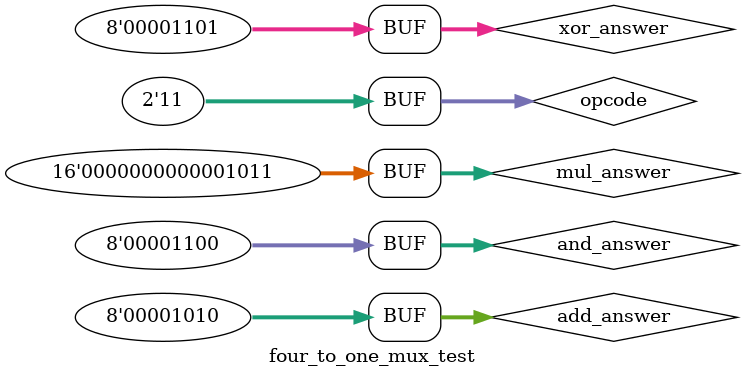
<source format=v>
`timescale 1ns / 1ps


module four_to_one_mux_test;

	// Inputs
	reg [1:0] opcode;
	reg [7:0] add_answer;
	reg [15:0] mul_answer;
	reg [7:0] and_answer;
	reg [7:0] xor_answer;

	// Outputs
	wire [15:0] final_answer;

	// Instantiate the Unit Under Test (UUT)
	four_to_one_mux uut (
		.opcode(opcode), 
		.add_answer(add_answer), 
		.mul_answer(mul_answer), 
		.and_answer(and_answer), 
		.xor_answer(xor_answer), 
		.final_answer(final_answer)
	);

	initial begin
		// Initialize Inputs
		opcode = 00;
		add_answer = 10;
		mul_answer = 11;
		and_answer = 12;
		xor_answer = 13;
		#100;
      opcode = 01;
		add_answer = 10;
		mul_answer = 11;
		and_answer = 12;
		xor_answer = 13;
		
		#100;
      opcode = 10;
		add_answer = 10;
		mul_answer = 11;
		and_answer = 12;
		xor_answer = 13;
		#100;
      opcode = 11;
		add_answer = 10;
		mul_answer = 11;
		and_answer = 12;
		xor_answer = 13;
		#100;

	end
      
endmodule


</source>
